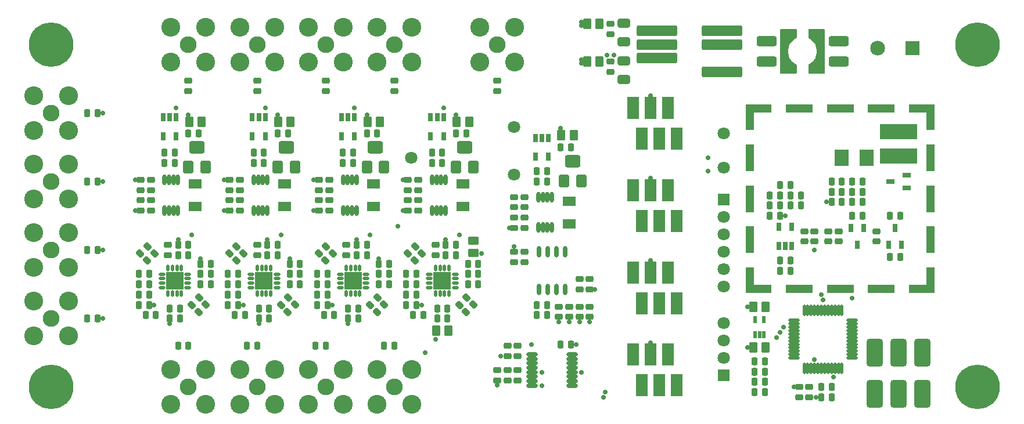
<source format=gts>
G04*
G04 #@! TF.GenerationSoftware,Altium Limited,Altium Designer,20.1.14 (287)*
G04*
G04 Layer_Color=20142*
%FSLAX43Y43*%
%MOMM*%
G71*
G04*
G04 #@! TF.SameCoordinates,785F46E0-C1C1-4AA7-83CD-D68E938E2BB6*
G04*
G04*
G04 #@! TF.FilePolarity,Negative*
G04*
G01*
G75*
%ADD47R,1.703X3.203*%
G04:AMPARAMS|DCode=48|XSize=1.103mm|YSize=0.903mm|CornerRadius=0.207mm|HoleSize=0mm|Usage=FLASHONLY|Rotation=90.000|XOffset=0mm|YOffset=0mm|HoleType=Round|Shape=RoundedRectangle|*
%AMROUNDEDRECTD48*
21,1,1.103,0.490,0,0,90.0*
21,1,0.690,0.903,0,0,90.0*
1,1,0.413,0.245,0.345*
1,1,0.413,0.245,-0.345*
1,1,0.413,-0.245,-0.345*
1,1,0.413,-0.245,0.345*
%
%ADD48ROUNDEDRECTD48*%
G04:AMPARAMS|DCode=49|XSize=1.103mm|YSize=0.903mm|CornerRadius=0.207mm|HoleSize=0mm|Usage=FLASHONLY|Rotation=0.000|XOffset=0mm|YOffset=0mm|HoleType=Round|Shape=RoundedRectangle|*
%AMROUNDEDRECTD49*
21,1,1.103,0.490,0,0,0.0*
21,1,0.690,0.903,0,0,0.0*
1,1,0.413,0.345,-0.245*
1,1,0.413,-0.345,-0.245*
1,1,0.413,-0.345,0.245*
1,1,0.413,0.345,0.245*
%
%ADD49ROUNDEDRECTD49*%
%ADD50R,0.803X1.203*%
G04:AMPARAMS|DCode=51|XSize=4.003mm|YSize=2.303mm|CornerRadius=0.312mm|HoleSize=0mm|Usage=FLASHONLY|Rotation=270.000|XOffset=0mm|YOffset=0mm|HoleType=Round|Shape=RoundedRectangle|*
%AMROUNDEDRECTD51*
21,1,4.003,1.680,0,0,270.0*
21,1,3.380,2.303,0,0,270.0*
1,1,0.623,-0.840,-1.690*
1,1,0.623,-0.840,1.690*
1,1,0.623,0.840,1.690*
1,1,0.623,0.840,-1.690*
%
%ADD51ROUNDEDRECTD51*%
G04:AMPARAMS|DCode=52|XSize=1.603mm|YSize=1.203mm|CornerRadius=0.252mm|HoleSize=0mm|Usage=FLASHONLY|Rotation=270.000|XOffset=0mm|YOffset=0mm|HoleType=Round|Shape=RoundedRectangle|*
%AMROUNDEDRECTD52*
21,1,1.603,0.700,0,0,270.0*
21,1,1.100,1.203,0,0,270.0*
1,1,0.503,-0.350,-0.550*
1,1,0.503,-0.350,0.550*
1,1,0.503,0.350,0.550*
1,1,0.503,0.350,-0.550*
%
%ADD52ROUNDEDRECTD52*%
G04:AMPARAMS|DCode=53|XSize=1.803mm|YSize=1.303mm|CornerRadius=0.267mm|HoleSize=0mm|Usage=FLASHONLY|Rotation=180.000|XOffset=0mm|YOffset=0mm|HoleType=Round|Shape=RoundedRectangle|*
%AMROUNDEDRECTD53*
21,1,1.803,0.770,0,0,180.0*
21,1,1.270,1.303,0,0,180.0*
1,1,0.533,-0.635,0.385*
1,1,0.533,0.635,0.385*
1,1,0.533,0.635,-0.385*
1,1,0.533,-0.635,-0.385*
%
%ADD53ROUNDEDRECTD53*%
%ADD54R,1.203X4.003*%
%ADD55R,1.203X3.773*%
%ADD56R,3.773X1.203*%
%ADD57R,4.003X1.203*%
G04:AMPARAMS|DCode=58|XSize=1.803mm|YSize=1.503mm|CornerRadius=0.232mm|HoleSize=0mm|Usage=FLASHONLY|Rotation=270.000|XOffset=0mm|YOffset=0mm|HoleType=Round|Shape=RoundedRectangle|*
%AMROUNDEDRECTD58*
21,1,1.803,1.040,0,0,270.0*
21,1,1.340,1.503,0,0,270.0*
1,1,0.463,-0.520,-0.670*
1,1,0.463,-0.520,0.670*
1,1,0.463,0.520,0.670*
1,1,0.463,0.520,-0.670*
%
%ADD58ROUNDEDRECTD58*%
G04:AMPARAMS|DCode=59|XSize=1.803mm|YSize=2.203mm|CornerRadius=0.262mm|HoleSize=0mm|Usage=FLASHONLY|Rotation=270.000|XOffset=0mm|YOffset=0mm|HoleType=Round|Shape=RoundedRectangle|*
%AMROUNDEDRECTD59*
21,1,1.803,1.680,0,0,270.0*
21,1,1.280,2.203,0,0,270.0*
1,1,0.523,-0.840,-0.640*
1,1,0.523,-0.840,0.640*
1,1,0.523,0.840,0.640*
1,1,0.523,0.840,-0.640*
%
%ADD59ROUNDEDRECTD59*%
%ADD60O,1.653X0.653*%
%ADD61R,0.603X1.103*%
G04:AMPARAMS|DCode=62|XSize=1.603mm|YSize=1.203mm|CornerRadius=0.252mm|HoleSize=0mm|Usage=FLASHONLY|Rotation=0.000|XOffset=0mm|YOffset=0mm|HoleType=Round|Shape=RoundedRectangle|*
%AMROUNDEDRECTD62*
21,1,1.603,0.700,0,0,0.0*
21,1,1.100,1.203,0,0,0.0*
1,1,0.503,0.550,-0.350*
1,1,0.503,-0.550,-0.350*
1,1,0.503,-0.550,0.350*
1,1,0.503,0.550,0.350*
%
%ADD62ROUNDEDRECTD62*%
%ADD63O,1.653X0.503*%
%ADD64O,0.503X1.653*%
G04:AMPARAMS|DCode=65|XSize=5.903mm|YSize=1.603mm|CornerRadius=0.242mm|HoleSize=0mm|Usage=FLASHONLY|Rotation=0.000|XOffset=0mm|YOffset=0mm|HoleType=Round|Shape=RoundedRectangle|*
%AMROUNDEDRECTD65*
21,1,5.903,1.120,0,0,0.0*
21,1,5.420,1.603,0,0,0.0*
1,1,0.483,2.710,-0.560*
1,1,0.483,-2.710,-0.560*
1,1,0.483,-2.710,0.560*
1,1,0.483,2.710,0.560*
%
%ADD65ROUNDEDRECTD65*%
%ADD66O,0.653X1.553*%
%ADD67O,0.703X1.653*%
G04:AMPARAMS|DCode=68|XSize=0.503mm|YSize=1.003mm|CornerRadius=0.177mm|HoleSize=0mm|Usage=FLASHONLY|Rotation=270.000|XOffset=0mm|YOffset=0mm|HoleType=Round|Shape=RoundedRectangle|*
%AMROUNDEDRECTD68*
21,1,0.503,0.650,0,0,270.0*
21,1,0.150,1.003,0,0,270.0*
1,1,0.353,-0.325,-0.075*
1,1,0.353,-0.325,0.075*
1,1,0.353,0.325,0.075*
1,1,0.353,0.325,-0.075*
%
%ADD68ROUNDEDRECTD68*%
G04:AMPARAMS|DCode=69|XSize=0.503mm|YSize=1.003mm|CornerRadius=0.177mm|HoleSize=0mm|Usage=FLASHONLY|Rotation=180.000|XOffset=0mm|YOffset=0mm|HoleType=Round|Shape=RoundedRectangle|*
%AMROUNDEDRECTD69*
21,1,0.503,0.650,0,0,180.0*
21,1,0.150,1.003,0,0,180.0*
1,1,0.353,-0.075,0.325*
1,1,0.353,0.075,0.325*
1,1,0.353,0.075,-0.325*
1,1,0.353,-0.075,-0.325*
%
%ADD69ROUNDEDRECTD69*%
%ADD70R,2.553X2.553*%
G04:AMPARAMS|DCode=71|XSize=1.103mm|YSize=0.903mm|CornerRadius=0.207mm|HoleSize=0mm|Usage=FLASHONLY|Rotation=135.000|XOffset=0mm|YOffset=0mm|HoleType=Round|Shape=RoundedRectangle|*
%AMROUNDEDRECTD71*
21,1,1.103,0.490,0,0,135.0*
21,1,0.690,0.903,0,0,135.0*
1,1,0.413,-0.071,0.417*
1,1,0.413,0.417,-0.071*
1,1,0.413,0.071,-0.417*
1,1,0.413,-0.417,0.071*
%
%ADD71ROUNDEDRECTD71*%
%ADD72R,1.203X0.803*%
%ADD73R,1.953X1.403*%
%ADD74R,5.503X2.203*%
%ADD75R,2.153X2.353*%
G04:AMPARAMS|DCode=76|XSize=2.953mm|YSize=1.453mm|CornerRadius=0.289mm|HoleSize=0mm|Usage=FLASHONLY|Rotation=180.000|XOffset=0mm|YOffset=0mm|HoleType=Round|Shape=RoundedRectangle|*
%AMROUNDEDRECTD76*
21,1,2.953,0.875,0,0,180.0*
21,1,2.375,1.453,0,0,180.0*
1,1,0.578,-1.188,0.438*
1,1,0.578,1.188,0.438*
1,1,0.578,1.188,-0.438*
1,1,0.578,-1.188,-0.438*
%
%ADD76ROUNDEDRECTD76*%
%ADD77C,1.803*%
%ADD78C,6.500*%
%ADD79C,2.453*%
%ADD80C,2.753*%
%ADD81R,2.153X2.153*%
%ADD82C,2.153*%
%ADD83R,1.803X1.803*%
%ADD84C,0.703*%
G36*
X113563Y57251D02*
X113576Y57248D01*
X113589Y57244D01*
X113601Y57238D01*
X113612Y57231D01*
X113622Y57222D01*
X113622Y57222D01*
X113631Y57212D01*
X113638Y57201D01*
X113644Y57189D01*
X113648Y57176D01*
X113651Y57163D01*
X113652Y57150D01*
Y55984D01*
Y55984D01*
X113652Y55983D01*
X113652Y55981D01*
X113651Y55976D01*
X113651Y55971D01*
X113651Y55969D01*
X113650Y55968D01*
X113649Y55963D01*
X113648Y55958D01*
X113648Y55956D01*
X113647Y55955D01*
X113646Y55950D01*
X113644Y55945D01*
X113643Y55944D01*
X113643Y55942D01*
X113640Y55938D01*
X113638Y55933D01*
X113637Y55932D01*
X113636Y55931D01*
X113633Y55927D01*
X113631Y55922D01*
X113630Y55921D01*
X113629Y55920D01*
X113625Y55916D01*
X113622Y55912D01*
X113621Y55911D01*
X113620Y55910D01*
X113616Y55907D01*
X113612Y55903D01*
X113611Y55903D01*
X113609Y55902D01*
X113605Y55899D01*
X113601Y55896D01*
X113599Y55895D01*
X113598Y55895D01*
X113423Y55800D01*
X113105Y55566D01*
X112837Y55279D01*
X112628Y54947D01*
X112485Y54582D01*
X112411Y54196D01*
X112411Y53804D01*
X112485Y53418D01*
X112628Y53053D01*
X112838Y52721D01*
X113105Y52433D01*
X113423Y52200D01*
X113598Y52105D01*
X113600Y52105D01*
X113601Y52104D01*
X113605Y52101D01*
X113610Y52098D01*
X113611Y52097D01*
X113612Y52096D01*
X113616Y52093D01*
X113620Y52090D01*
X113621Y52089D01*
X113622Y52088D01*
X113625Y52084D01*
X113629Y52080D01*
X113630Y52079D01*
X113631Y52078D01*
X113634Y52073D01*
X113637Y52069D01*
X113637Y52068D01*
X113638Y52067D01*
X113641Y52062D01*
X113643Y52057D01*
X113643Y52056D01*
X113644Y52055D01*
X113646Y52050D01*
X113648Y52045D01*
X113648Y52043D01*
X113648Y52042D01*
X113649Y52037D01*
X113651Y52032D01*
X113651Y52030D01*
X113651Y52029D01*
X113651Y52024D01*
X113652Y52019D01*
X113652Y52017D01*
X113652Y52016D01*
X113652Y52015D01*
Y50850D01*
X113651Y50837D01*
X113648Y50824D01*
X113644Y50811D01*
X113638Y50799D01*
X113631Y50788D01*
X113622Y50778D01*
X113612Y50769D01*
X113601Y50762D01*
X113589Y50756D01*
X113576Y50752D01*
X113563Y50749D01*
X113550Y50748D01*
X111350D01*
X111337Y50749D01*
X111324Y50752D01*
X111311Y50756D01*
X111299Y50762D01*
X111288Y50769D01*
X111278Y50778D01*
X111269Y50788D01*
X111262Y50799D01*
X111256Y50811D01*
X111252Y50824D01*
X111249Y50837D01*
X111248Y50850D01*
Y57150D01*
X111249Y57163D01*
X111252Y57176D01*
X111256Y57189D01*
X111262Y57201D01*
X111269Y57212D01*
X111278Y57222D01*
X111288Y57231D01*
X111299Y57238D01*
X111311Y57244D01*
X111324Y57248D01*
X111337Y57251D01*
X111350Y57252D01*
X113550D01*
X113563Y57251D01*
D02*
G37*
G36*
X117663D02*
X117676Y57248D01*
X117689Y57244D01*
X117701Y57238D01*
X117712Y57231D01*
X117722Y57222D01*
X117731Y57212D01*
X117738Y57201D01*
X117744Y57189D01*
X117748Y57176D01*
X117751Y57163D01*
X117752Y57150D01*
Y50850D01*
X117751Y50837D01*
X117748Y50824D01*
X117744Y50811D01*
X117738Y50799D01*
X117731Y50788D01*
X117722Y50778D01*
X117712Y50769D01*
X117701Y50762D01*
X117689Y50756D01*
X117676Y50752D01*
X117663Y50749D01*
X117650Y50748D01*
X115450D01*
X115437Y50749D01*
X115424Y50752D01*
X115411Y50756D01*
X115399Y50762D01*
X115388Y50769D01*
X115378Y50778D01*
X115378Y50778D01*
X115369Y50788D01*
X115362Y50799D01*
X115356Y50811D01*
X115352Y50824D01*
X115349Y50837D01*
X115348Y50850D01*
Y52016D01*
X115348Y52016D01*
X115348Y52017D01*
X115348Y52019D01*
X115349Y52024D01*
X115349Y52029D01*
X115349Y52031D01*
X115350Y52032D01*
X115351Y52037D01*
X115352Y52042D01*
X115352Y52044D01*
X115353Y52045D01*
X115354Y52050D01*
X115356Y52055D01*
X115357Y52056D01*
X115357Y52058D01*
X115360Y52062D01*
X115362Y52067D01*
X115363Y52068D01*
X115364Y52069D01*
X115367Y52073D01*
X115369Y52078D01*
X115370Y52079D01*
X115371Y52080D01*
X115375Y52084D01*
X115378Y52088D01*
X115379Y52089D01*
X115380Y52090D01*
X115384Y52093D01*
X115388Y52097D01*
X115389Y52097D01*
X115391Y52098D01*
X115395Y52101D01*
X115399Y52104D01*
X115401Y52105D01*
X115402Y52105D01*
X115577Y52200D01*
X115895Y52434D01*
X116163Y52721D01*
X116372Y53053D01*
X116515Y53418D01*
X116589Y53804D01*
X116589Y54196D01*
X116515Y54582D01*
X116372Y54947D01*
X116162Y55279D01*
X115895Y55567D01*
X115577Y55800D01*
X115402Y55895D01*
X115400Y55895D01*
X115399Y55896D01*
X115395Y55899D01*
X115390Y55902D01*
X115389Y55903D01*
X115388Y55904D01*
X115384Y55907D01*
X115380Y55910D01*
X115379Y55911D01*
X115378Y55912D01*
X115375Y55916D01*
X115371Y55920D01*
X115370Y55921D01*
X115369Y55922D01*
X115366Y55927D01*
X115363Y55931D01*
X115363Y55932D01*
X115362Y55933D01*
X115359Y55938D01*
X115357Y55943D01*
X115357Y55944D01*
X115356Y55945D01*
X115354Y55950D01*
X115352Y55955D01*
X115352Y55957D01*
X115352Y55958D01*
X115351Y55963D01*
X115349Y55968D01*
X115349Y55970D01*
X115349Y55971D01*
X115349Y55976D01*
X115348Y55981D01*
X115348Y55983D01*
X115348Y55984D01*
X115348Y55985D01*
Y57150D01*
X115349Y57163D01*
X115352Y57176D01*
X115356Y57189D01*
X115362Y57201D01*
X115369Y57212D01*
X115378Y57222D01*
X115388Y57231D01*
X115399Y57238D01*
X115411Y57244D01*
X115424Y57248D01*
X115437Y57251D01*
X115450Y57252D01*
X117650D01*
X117663Y57251D01*
D02*
G37*
D47*
X89825Y9750D02*
D03*
X92365D02*
D03*
X91095Y5250D02*
D03*
X93635D02*
D03*
X96175D02*
D03*
X94905Y9750D02*
D03*
X89825Y21750D02*
D03*
X92365D02*
D03*
X91095Y17250D02*
D03*
X93635D02*
D03*
X96175D02*
D03*
X94905Y21750D02*
D03*
Y33750D02*
D03*
X96175Y29250D02*
D03*
X93635D02*
D03*
X91095D02*
D03*
X92365Y33750D02*
D03*
X89825D02*
D03*
X94905Y45750D02*
D03*
X96175Y41250D02*
D03*
X93635D02*
D03*
X91095D02*
D03*
X92365Y45750D02*
D03*
X89825D02*
D03*
D48*
X10250Y45000D02*
D03*
X11750D02*
D03*
X10250Y35000D02*
D03*
X11750D02*
D03*
X10250Y25000D02*
D03*
X11750D02*
D03*
X10250Y15000D02*
D03*
X11750D02*
D03*
X79250Y40000D02*
D03*
X80750D02*
D03*
X107500Y8750D02*
D03*
X109000D02*
D03*
X107500Y7250D02*
D03*
X109000D02*
D03*
X107500Y5750D02*
D03*
X109000D02*
D03*
X107500Y4250D02*
D03*
X109000D02*
D03*
X109750Y31500D02*
D03*
X111250D02*
D03*
Y34500D02*
D03*
X112750D02*
D03*
Y33000D02*
D03*
X114250D02*
D03*
X112750Y23500D02*
D03*
X111250D02*
D03*
X127250Y30000D02*
D03*
X128750D02*
D03*
X127250Y24000D02*
D03*
X128750D02*
D03*
X123250Y30000D02*
D03*
X121750D02*
D03*
X120250Y32000D02*
D03*
X118750D02*
D03*
X118750Y35000D02*
D03*
X120250D02*
D03*
X121750D02*
D03*
X123250D02*
D03*
X77250Y36500D02*
D03*
X75750D02*
D03*
X75750Y15500D02*
D03*
X77250D02*
D03*
X77250Y17000D02*
D03*
X75750D02*
D03*
X60500Y39250D02*
D03*
X62000D02*
D03*
X47500D02*
D03*
X49000D02*
D03*
X34500D02*
D03*
X36000D02*
D03*
X23000D02*
D03*
X21500D02*
D03*
X44750Y15500D02*
D03*
X46250D02*
D03*
X31750D02*
D03*
X33250D02*
D03*
X20250D02*
D03*
X18750D02*
D03*
X65750Y20000D02*
D03*
X67250D02*
D03*
X52750D02*
D03*
X54250D02*
D03*
X39750D02*
D03*
X41250D02*
D03*
X28250D02*
D03*
X26750D02*
D03*
X58250Y21500D02*
D03*
X56750D02*
D03*
X45250D02*
D03*
X43750D02*
D03*
X32250D02*
D03*
X30750D02*
D03*
X17750D02*
D03*
X19250D02*
D03*
X57750Y15500D02*
D03*
X59250D02*
D03*
X55000Y11000D02*
D03*
X53500D02*
D03*
X45000D02*
D03*
X43500D02*
D03*
X35000D02*
D03*
X33500D02*
D03*
X23500D02*
D03*
X25000D02*
D03*
X80750Y11250D02*
D03*
X79250D02*
D03*
X117250Y5000D02*
D03*
X118750D02*
D03*
X117250Y3500D02*
D03*
X118750D02*
D03*
X109750Y33000D02*
D03*
X111250D02*
D03*
X112750Y31500D02*
D03*
X114250D02*
D03*
X112750Y22000D02*
D03*
X111250D02*
D03*
X109750Y30000D02*
D03*
X111250D02*
D03*
X121750Y32000D02*
D03*
X123250D02*
D03*
X121750Y33500D02*
D03*
X123250D02*
D03*
X120250Y33500D02*
D03*
X118750D02*
D03*
X77250Y35000D02*
D03*
X75750D02*
D03*
X64000Y42000D02*
D03*
X65500D02*
D03*
X51000D02*
D03*
X52500D02*
D03*
X38000D02*
D03*
X39500D02*
D03*
X26500D02*
D03*
X25000D02*
D03*
X60500Y37750D02*
D03*
X62000D02*
D03*
X47500D02*
D03*
X49000D02*
D03*
X34500D02*
D03*
X36000D02*
D03*
X23000D02*
D03*
X21500D02*
D03*
X58250Y20000D02*
D03*
X56750D02*
D03*
X45250D02*
D03*
X43750D02*
D03*
X32250D02*
D03*
X30750D02*
D03*
X17750D02*
D03*
X19250D02*
D03*
X65750Y21500D02*
D03*
X67250D02*
D03*
X52750D02*
D03*
X54250D02*
D03*
X39750D02*
D03*
X41250D02*
D03*
X28250D02*
D03*
X26750D02*
D03*
X62500Y24250D02*
D03*
X64000D02*
D03*
X49500D02*
D03*
X51000D02*
D03*
X36500D02*
D03*
X38000D02*
D03*
X25000D02*
D03*
X23500D02*
D03*
X65750Y23000D02*
D03*
X67250D02*
D03*
X52750D02*
D03*
X54250D02*
D03*
X39750D02*
D03*
X41250D02*
D03*
X28250D02*
D03*
X26750D02*
D03*
X62500Y25750D02*
D03*
X64000D02*
D03*
X49500D02*
D03*
X51000D02*
D03*
X36500D02*
D03*
X38000D02*
D03*
X25000D02*
D03*
X23500D02*
D03*
X58250Y18500D02*
D03*
X56750D02*
D03*
X45250D02*
D03*
X43750D02*
D03*
X32250D02*
D03*
X30750D02*
D03*
X17750D02*
D03*
X19250D02*
D03*
X61250Y15000D02*
D03*
X62750D02*
D03*
X48250D02*
D03*
X49750D02*
D03*
X35250D02*
D03*
X36750D02*
D03*
X23750D02*
D03*
X22250D02*
D03*
X58250Y17000D02*
D03*
X56750D02*
D03*
X45250D02*
D03*
X43750D02*
D03*
X32250D02*
D03*
X30750D02*
D03*
X17750D02*
D03*
X19250D02*
D03*
X61250Y16500D02*
D03*
X62750D02*
D03*
X48250D02*
D03*
X49750D02*
D03*
X35250D02*
D03*
X36750D02*
D03*
X23750D02*
D03*
X22250D02*
D03*
D49*
X70000Y48250D02*
D03*
Y49750D02*
D03*
X55000D02*
D03*
Y48250D02*
D03*
X45000Y49750D02*
D03*
Y48250D02*
D03*
X35000Y49750D02*
D03*
Y48250D02*
D03*
X25000Y49750D02*
D03*
Y48250D02*
D03*
X70000Y6000D02*
D03*
Y7500D02*
D03*
X72500Y28250D02*
D03*
Y29750D02*
D03*
X74000Y28250D02*
D03*
Y29750D02*
D03*
X115500Y3500D02*
D03*
Y5000D02*
D03*
X116250Y26250D02*
D03*
Y27750D02*
D03*
X125250Y26250D02*
D03*
Y27750D02*
D03*
X74000Y31250D02*
D03*
Y32750D02*
D03*
X72500Y32750D02*
D03*
Y31250D02*
D03*
X83500Y15250D02*
D03*
Y16750D02*
D03*
X82000Y15250D02*
D03*
Y16750D02*
D03*
X80500Y15250D02*
D03*
Y16750D02*
D03*
X79000Y15250D02*
D03*
Y16750D02*
D03*
X58500Y35250D02*
D03*
Y33750D02*
D03*
X45500Y35250D02*
D03*
Y33750D02*
D03*
X32500Y35250D02*
D03*
Y33750D02*
D03*
X19500D02*
D03*
Y35250D02*
D03*
X57000Y33750D02*
D03*
Y35250D02*
D03*
X44000Y33750D02*
D03*
Y35250D02*
D03*
X31000Y33750D02*
D03*
Y35250D02*
D03*
X18000D02*
D03*
Y33750D02*
D03*
X71500Y7500D02*
D03*
Y6000D02*
D03*
X73000Y7500D02*
D03*
Y6000D02*
D03*
X71500Y9500D02*
D03*
Y11000D02*
D03*
X114000Y5000D02*
D03*
Y3500D02*
D03*
X73000Y9500D02*
D03*
Y11000D02*
D03*
X86500Y56500D02*
D03*
Y58000D02*
D03*
Y51000D02*
D03*
Y52500D02*
D03*
X114750Y26250D02*
D03*
Y27750D02*
D03*
X118250Y26250D02*
D03*
Y27750D02*
D03*
X119750Y26250D02*
D03*
Y27750D02*
D03*
X83500Y20750D02*
D03*
Y19250D02*
D03*
X82000Y20750D02*
D03*
Y19250D02*
D03*
X72500Y23250D02*
D03*
Y24750D02*
D03*
X74000Y23250D02*
D03*
Y24750D02*
D03*
X58500Y30750D02*
D03*
Y32250D02*
D03*
X45500Y30750D02*
D03*
Y32250D02*
D03*
X32500Y30750D02*
D03*
Y32250D02*
D03*
X19500D02*
D03*
Y30750D02*
D03*
X57000D02*
D03*
Y32250D02*
D03*
X44000Y30750D02*
D03*
Y32250D02*
D03*
X31000Y30750D02*
D03*
Y32250D02*
D03*
X18000D02*
D03*
Y30750D02*
D03*
X61000Y24250D02*
D03*
Y25750D02*
D03*
X48000Y24250D02*
D03*
Y25750D02*
D03*
X35000Y24250D02*
D03*
Y25750D02*
D03*
X22000D02*
D03*
Y24250D02*
D03*
D50*
X77450Y41375D02*
D03*
X76500D02*
D03*
X75550D02*
D03*
Y38625D02*
D03*
X77450D02*
D03*
X111050Y25625D02*
D03*
X112000D02*
D03*
X112950D02*
D03*
Y28375D02*
D03*
X111050D02*
D03*
X62200Y41625D02*
D03*
X60300D02*
D03*
Y44375D02*
D03*
X61250D02*
D03*
X62200D02*
D03*
X49200Y41625D02*
D03*
X47300D02*
D03*
Y44375D02*
D03*
X48250D02*
D03*
X49200D02*
D03*
X36200Y41625D02*
D03*
X34300D02*
D03*
Y44375D02*
D03*
X35250D02*
D03*
X36200D02*
D03*
X23200D02*
D03*
X22250D02*
D03*
X21300D02*
D03*
Y41625D02*
D03*
X23200D02*
D03*
X128000Y28200D02*
D03*
X128950Y25800D02*
D03*
X127050D02*
D03*
X123450Y28200D02*
D03*
X121550D02*
D03*
X122500Y25800D02*
D03*
D51*
X125000Y10000D02*
D03*
X132000D02*
D03*
Y4000D02*
D03*
X125000D02*
D03*
X128500Y10000D02*
D03*
Y4000D02*
D03*
D52*
X84900Y58000D02*
D03*
X83100D02*
D03*
X81150Y41750D02*
D03*
X79350D02*
D03*
X84900Y52500D02*
D03*
X83100D02*
D03*
X25100Y43750D02*
D03*
X26900D02*
D03*
X61100Y13250D02*
D03*
X62900D02*
D03*
X65900Y43750D02*
D03*
X64100D02*
D03*
X52900D02*
D03*
X51100D02*
D03*
X39900D02*
D03*
X38100D02*
D03*
X107350Y16750D02*
D03*
X109150D02*
D03*
X107350Y10750D02*
D03*
X109150D02*
D03*
D53*
X88500Y52600D02*
D03*
Y49900D02*
D03*
Y58100D02*
D03*
Y55400D02*
D03*
D54*
X133170Y32500D02*
D03*
Y38500D02*
D03*
Y26500D02*
D03*
X106830Y38500D02*
D03*
Y26500D02*
D03*
Y32500D02*
D03*
D55*
X133170Y44385D02*
D03*
Y20615D02*
D03*
X106830Y44385D02*
D03*
Y20615D02*
D03*
D56*
X131885Y45670D02*
D03*
X108115D02*
D03*
Y19330D02*
D03*
X131885D02*
D03*
D57*
X126000Y45670D02*
D03*
X114000D02*
D03*
X120000D02*
D03*
X114000Y19330D02*
D03*
X126000D02*
D03*
X120000D02*
D03*
D58*
X79750Y35100D02*
D03*
X82250D02*
D03*
X64000Y37100D02*
D03*
X66500D02*
D03*
X51000D02*
D03*
X53500D02*
D03*
X38000D02*
D03*
X40500D02*
D03*
X27500D02*
D03*
X25000D02*
D03*
D59*
X81000Y38000D02*
D03*
X65250Y40000D02*
D03*
X52250D02*
D03*
X39250D02*
D03*
X26250D02*
D03*
D60*
X80925Y5225D02*
D03*
Y5875D02*
D03*
Y6525D02*
D03*
Y7175D02*
D03*
Y7825D02*
D03*
Y8475D02*
D03*
Y9125D02*
D03*
Y9775D02*
D03*
X75075Y5225D02*
D03*
Y5875D02*
D03*
Y6525D02*
D03*
Y7175D02*
D03*
Y7825D02*
D03*
Y8475D02*
D03*
Y9125D02*
D03*
Y9775D02*
D03*
D61*
X107600Y12650D02*
D03*
X108250D02*
D03*
X108900D02*
D03*
Y14850D02*
D03*
X107600D02*
D03*
D62*
X66500Y24600D02*
D03*
Y26400D02*
D03*
D63*
X113275Y9250D02*
D03*
Y9750D02*
D03*
Y10250D02*
D03*
Y10750D02*
D03*
Y11250D02*
D03*
Y11750D02*
D03*
Y12250D02*
D03*
Y12750D02*
D03*
Y13250D02*
D03*
Y13750D02*
D03*
Y14250D02*
D03*
Y14750D02*
D03*
X121725D02*
D03*
Y14250D02*
D03*
Y13750D02*
D03*
Y13250D02*
D03*
Y12750D02*
D03*
Y12250D02*
D03*
Y11750D02*
D03*
Y11250D02*
D03*
Y10750D02*
D03*
Y10250D02*
D03*
Y9750D02*
D03*
Y9250D02*
D03*
D64*
X114750Y16225D02*
D03*
X115250D02*
D03*
X115750D02*
D03*
X116250D02*
D03*
X116750D02*
D03*
X117250D02*
D03*
X117750D02*
D03*
X118250D02*
D03*
X118750D02*
D03*
X119250D02*
D03*
X119750D02*
D03*
X120250D02*
D03*
Y7775D02*
D03*
X119750D02*
D03*
X119250D02*
D03*
X118750D02*
D03*
X118250D02*
D03*
X117750D02*
D03*
X117250D02*
D03*
X116750D02*
D03*
X116250D02*
D03*
X115750D02*
D03*
X115250D02*
D03*
X114750D02*
D03*
D65*
X102750Y57000D02*
D03*
Y55000D02*
D03*
Y51000D02*
D03*
X93250Y57000D02*
D03*
Y55000D02*
D03*
Y53000D02*
D03*
D66*
X76025Y28275D02*
D03*
X76675D02*
D03*
X77325D02*
D03*
X77975D02*
D03*
X76025Y32725D02*
D03*
X76675D02*
D03*
X77325D02*
D03*
X77975D02*
D03*
X62475Y35225D02*
D03*
X61825D02*
D03*
X61175D02*
D03*
X60525D02*
D03*
X62475Y30775D02*
D03*
X61825D02*
D03*
X61175D02*
D03*
X60525D02*
D03*
X49475Y35225D02*
D03*
X48825D02*
D03*
X48175D02*
D03*
X47525D02*
D03*
X49475Y30775D02*
D03*
X48825D02*
D03*
X48175D02*
D03*
X47525D02*
D03*
X36475Y35225D02*
D03*
X35825D02*
D03*
X35175D02*
D03*
X34525D02*
D03*
X36475Y30775D02*
D03*
X35825D02*
D03*
X35175D02*
D03*
X34525D02*
D03*
X21525D02*
D03*
X22175D02*
D03*
X22825D02*
D03*
X23475D02*
D03*
X21525Y35225D02*
D03*
X22175D02*
D03*
X22825D02*
D03*
X23475D02*
D03*
D67*
X79905Y24725D02*
D03*
X78635D02*
D03*
X77365D02*
D03*
X76095D02*
D03*
X79905Y19275D02*
D03*
X78635D02*
D03*
X77365D02*
D03*
X76095D02*
D03*
D68*
X60125Y21475D02*
D03*
Y20825D02*
D03*
Y20175D02*
D03*
Y19525D02*
D03*
X63875Y21475D02*
D03*
Y19525D02*
D03*
Y20175D02*
D03*
Y20825D02*
D03*
X47125Y21475D02*
D03*
Y20825D02*
D03*
Y20175D02*
D03*
Y19525D02*
D03*
X50875Y21475D02*
D03*
Y19525D02*
D03*
Y20175D02*
D03*
Y20825D02*
D03*
X34125Y21475D02*
D03*
Y20825D02*
D03*
Y20175D02*
D03*
Y19525D02*
D03*
X37875Y21475D02*
D03*
Y19525D02*
D03*
Y20175D02*
D03*
Y20825D02*
D03*
X24875D02*
D03*
Y20175D02*
D03*
Y19525D02*
D03*
Y21475D02*
D03*
X21125Y19525D02*
D03*
Y20175D02*
D03*
Y20825D02*
D03*
Y21475D02*
D03*
D69*
X62975Y22375D02*
D03*
X62325D02*
D03*
X61675D02*
D03*
X61025D02*
D03*
Y18625D02*
D03*
X61675D02*
D03*
X62325D02*
D03*
X62975D02*
D03*
X49975Y22375D02*
D03*
X49325D02*
D03*
X48675D02*
D03*
X48025D02*
D03*
Y18625D02*
D03*
X48675D02*
D03*
X49325D02*
D03*
X49975D02*
D03*
X36975Y22375D02*
D03*
X36325D02*
D03*
X35675D02*
D03*
X35025D02*
D03*
Y18625D02*
D03*
X35675D02*
D03*
X36325D02*
D03*
X36975D02*
D03*
X23975D02*
D03*
X23325D02*
D03*
X22675D02*
D03*
X22025D02*
D03*
Y22375D02*
D03*
X22675D02*
D03*
X23325D02*
D03*
X23975D02*
D03*
D70*
X62000Y20500D02*
D03*
X49000D02*
D03*
X36000D02*
D03*
X23000D02*
D03*
D71*
X56970Y24470D02*
D03*
X58030Y25530D02*
D03*
X43970Y24470D02*
D03*
X45030Y25530D02*
D03*
X30970Y24470D02*
D03*
X32030Y25530D02*
D03*
X64470Y16970D02*
D03*
X65530Y18030D02*
D03*
X51470Y16970D02*
D03*
X52530Y18030D02*
D03*
X38470Y16970D02*
D03*
X39530Y18030D02*
D03*
X26530D02*
D03*
X25470Y16970D02*
D03*
X19030Y25530D02*
D03*
X17970Y24470D02*
D03*
X59030Y24530D02*
D03*
X57970Y23470D02*
D03*
X46030Y24530D02*
D03*
X44970Y23470D02*
D03*
X33030Y24530D02*
D03*
X31970Y23470D02*
D03*
X18970D02*
D03*
X20030Y24530D02*
D03*
X66530Y17030D02*
D03*
X65470Y15970D02*
D03*
X53530Y17030D02*
D03*
X52470Y15970D02*
D03*
X40530Y17030D02*
D03*
X39470Y15970D02*
D03*
X26470D02*
D03*
X27530Y17030D02*
D03*
D72*
X129700Y34050D02*
D03*
Y35950D02*
D03*
X127300Y35000D02*
D03*
D73*
X65000Y31350D02*
D03*
Y34650D02*
D03*
X52000Y31350D02*
D03*
Y34650D02*
D03*
X39000Y31350D02*
D03*
Y34650D02*
D03*
X26000D02*
D03*
Y31350D02*
D03*
X80500Y28850D02*
D03*
Y32150D02*
D03*
D74*
X128500Y38750D02*
D03*
Y42250D02*
D03*
D75*
X123825Y38500D02*
D03*
X120175D02*
D03*
D76*
X109250Y55475D02*
D03*
Y52525D02*
D03*
X119750D02*
D03*
Y55475D02*
D03*
D77*
X57500Y38500D02*
D03*
X103000Y42000D02*
D03*
Y37000D02*
D03*
X72500Y43000D02*
D03*
Y36000D02*
D03*
X103000Y14310D02*
D03*
Y11770D02*
D03*
Y9230D02*
D03*
X103000Y24730D02*
D03*
Y29810D02*
D03*
Y27270D02*
D03*
Y22190D02*
D03*
Y19650D02*
D03*
D78*
X140000Y55000D02*
D03*
Y5000D02*
D03*
X5000D02*
D03*
Y55000D02*
D03*
D79*
X55000Y5000D02*
D03*
X45000D02*
D03*
X35000D02*
D03*
X25000D02*
D03*
X55000Y55000D02*
D03*
X45000D02*
D03*
X35000D02*
D03*
X25000D02*
D03*
X5000Y45000D02*
D03*
Y35000D02*
D03*
Y25000D02*
D03*
Y15000D02*
D03*
X70000Y55000D02*
D03*
D80*
X52460Y2460D02*
D03*
X57540D02*
D03*
Y7540D02*
D03*
X52460D02*
D03*
X42460Y2460D02*
D03*
X47540D02*
D03*
Y7540D02*
D03*
X42460D02*
D03*
X32460Y2460D02*
D03*
X37540D02*
D03*
Y7540D02*
D03*
X32460D02*
D03*
X22460Y2460D02*
D03*
X27540D02*
D03*
Y7540D02*
D03*
X22460D02*
D03*
X57540Y52460D02*
D03*
X52460D02*
D03*
Y57540D02*
D03*
X57540D02*
D03*
X47540Y52460D02*
D03*
X42460D02*
D03*
Y57540D02*
D03*
X47540D02*
D03*
X37540Y52460D02*
D03*
X32460D02*
D03*
Y57540D02*
D03*
X37540D02*
D03*
X27540Y52460D02*
D03*
X22460D02*
D03*
Y57540D02*
D03*
X27540D02*
D03*
X7540Y47540D02*
D03*
Y42460D02*
D03*
X2460D02*
D03*
Y47540D02*
D03*
X7540Y37540D02*
D03*
Y32460D02*
D03*
X2460D02*
D03*
Y37540D02*
D03*
X7540Y27540D02*
D03*
Y22460D02*
D03*
X2460D02*
D03*
Y27540D02*
D03*
X7540Y17540D02*
D03*
Y12460D02*
D03*
X2460D02*
D03*
Y17540D02*
D03*
X72540Y57540D02*
D03*
X67460D02*
D03*
Y52460D02*
D03*
X72540D02*
D03*
D81*
X130500Y54500D02*
D03*
D82*
X125500D02*
D03*
D83*
X103000Y6690D02*
D03*
X103000Y32350D02*
D03*
D84*
X100750Y38500D02*
D03*
Y36500D02*
D03*
X85750Y4250D02*
D03*
X85500Y3500D02*
D03*
X92365Y11500D02*
D03*
Y23500D02*
D03*
Y35500D02*
D03*
Y47500D02*
D03*
X87000Y53500D02*
D03*
X86000D02*
D03*
X82250Y58250D02*
D03*
Y52250D02*
D03*
Y57750D02*
D03*
Y52750D02*
D03*
X121750Y18000D02*
D03*
X117250Y18500D02*
D03*
X119000Y6500D02*
D03*
X110750Y12250D02*
D03*
X111750Y13750D02*
D03*
X111250Y13000D02*
D03*
X113250Y5000D02*
D03*
X116250Y9000D02*
D03*
X55500Y28500D02*
D03*
X125000Y4000D02*
D03*
X76500Y5225D02*
D03*
Y7175D02*
D03*
X79250Y42750D02*
D03*
X71750Y28250D02*
D03*
X72500Y25500D02*
D03*
X84250Y19250D02*
D03*
X59500Y10000D02*
D03*
X82250Y7175D02*
D03*
X70000Y5250D02*
D03*
X23500Y26500D02*
D03*
X26750Y23750D02*
D03*
X22250Y14250D02*
D03*
X20000Y17000D02*
D03*
X12500Y45000D02*
D03*
Y35000D02*
D03*
Y25000D02*
D03*
Y15000D02*
D03*
X64500Y27250D02*
D03*
X51500D02*
D03*
X38500D02*
D03*
X25500D02*
D03*
X79000Y14500D02*
D03*
X80500D02*
D03*
X82000D02*
D03*
X83500D02*
D03*
X62200Y45737D02*
D03*
X49200Y45746D02*
D03*
X36200Y45756D02*
D03*
X23200Y45746D02*
D03*
X67750Y24500D02*
D03*
X106500Y10750D02*
D03*
Y16750D02*
D03*
X128500Y4000D02*
D03*
X132000D02*
D03*
X128500Y10000D02*
D03*
X116250Y25000D02*
D03*
X117500Y17750D02*
D03*
X75000Y11250D02*
D03*
X70500Y9500D02*
D03*
X81500Y11250D02*
D03*
X116500Y3500D02*
D03*
X118000Y32000D02*
D03*
X112000Y30000D02*
D03*
X59000Y17000D02*
D03*
X33000D02*
D03*
X52750Y23750D02*
D03*
X39750D02*
D03*
X43250Y35250D02*
D03*
X17250D02*
D03*
X46000Y17000D02*
D03*
X56250Y35250D02*
D03*
X30250D02*
D03*
X61000Y12000D02*
D03*
X35250Y14250D02*
D03*
X49500Y26500D02*
D03*
X36500D02*
D03*
X43250Y30750D02*
D03*
X17250D02*
D03*
X64000Y44750D02*
D03*
X51000D02*
D03*
X25000D02*
D03*
X48250Y14250D02*
D03*
X62500Y26500D02*
D03*
X56250Y30750D02*
D03*
X30250D02*
D03*
X38000Y44750D02*
D03*
M02*

</source>
